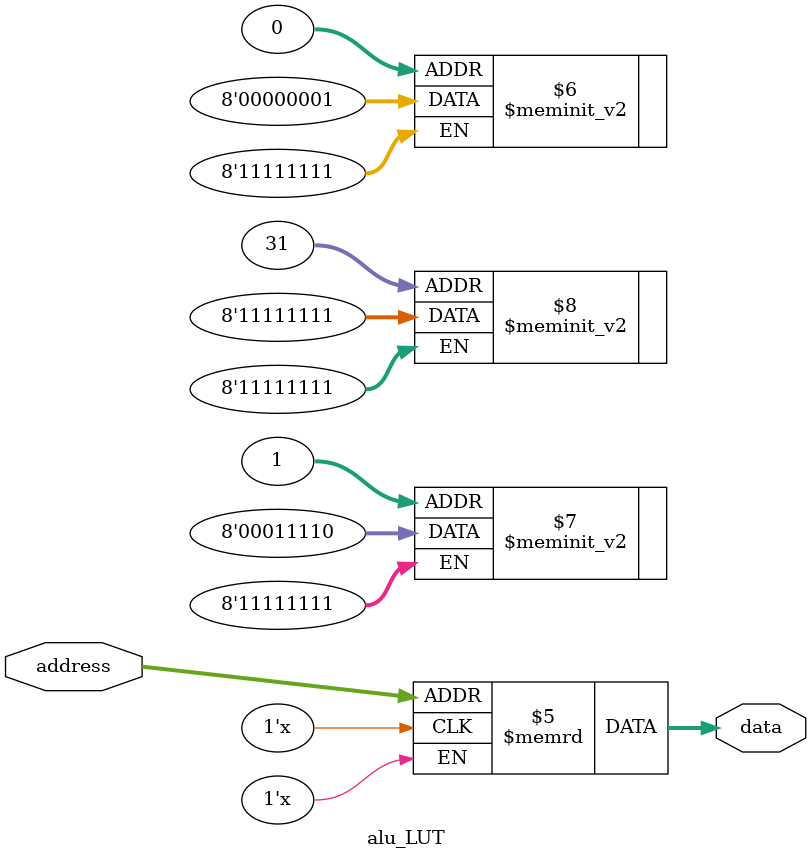
<source format=sv>
module alu_LUT (
  input [4:0] address,
  output logic [7:0] data
);

  logic [7:0] lut [0:31];

  initial begin
    lut[0] = 1;
    lut[1] = 30;
    // ...
    lut[31] = 8'b11111111;
  end

  always_comb begin
    data = lut[address];
  end

endmodule

</source>
